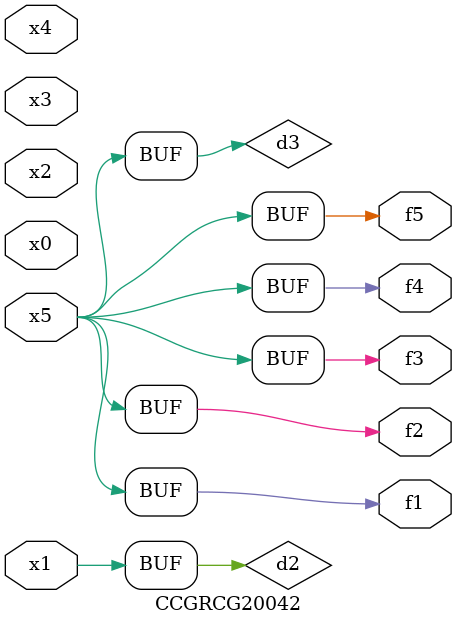
<source format=v>
module CCGRCG20042(
	input x0, x1, x2, x3, x4, x5,
	output f1, f2, f3, f4, f5
);

	wire d1, d2, d3;

	not (d1, x5);
	or (d2, x1);
	xnor (d3, d1);
	assign f1 = d3;
	assign f2 = d3;
	assign f3 = d3;
	assign f4 = d3;
	assign f5 = d3;
endmodule

</source>
